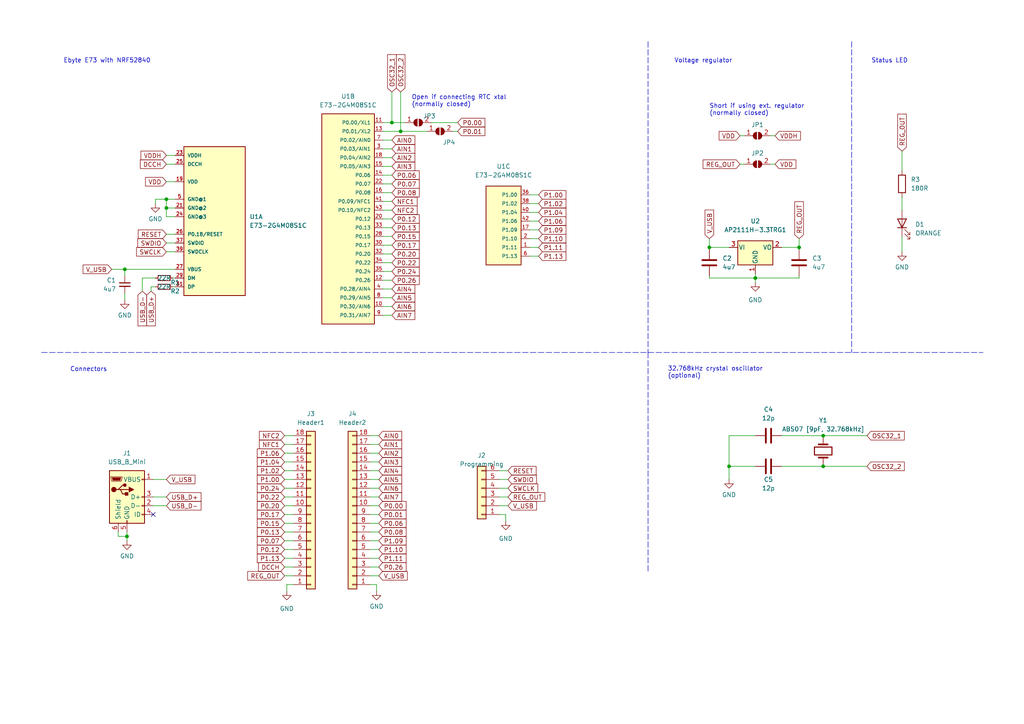
<source format=kicad_sch>
(kicad_sch (version 20211123) (generator eeschema)
  (paper "A4")
  (title_block (title "nRF52840 Adaptor board"))
  (lib_symbols
    (symbol "Connector:USB_B_Mini" (pin_names (offset 1.016))
      (property "Reference" "J" (at -5.08 11.43 0))
      (property "Value" "USB_B_Mini" (at -5.08 8.89 0))
      (symbol "USB_B_Mini_0_1"
        (rectangle (start -5.08 -7.62) (end 5.08 7.62) (stroke (width 0.254)) (fill (type background)))
        (circle (center -3.81 2.159) (radius 0.635) (stroke (width 0.254)) (fill (type outline)))
        (circle (center -0.635 3.429) (radius 0.381) (stroke (width 0.254)) (fill (type outline)))
        (rectangle (start -0.127 -7.62) (end 0.127 -6.858))
        (polyline (pts (xy -1.905 2.159) (xy 0.635 2.159)) (stroke (width 0.254)))
        (polyline (pts (xy -3.175 2.159) (xy -2.54 2.159) (xy -1.27 3.429) (xy -0.635 3.429)) (stroke (width 0.254)))
        (polyline (pts (xy -2.54 2.159) (xy -1.905 2.159) (xy -1.27 0.889) (xy 0 0.889)) (stroke (width 0.254)))
        (polyline (pts (xy 0.635 2.794) (xy 0.635 1.524) (xy 1.905 2.159) (xy 0.635 2.794)) (stroke (width 0.254)) (fill (type outline)))
        (polyline (pts (xy -4.318 5.588) (xy -1.778 5.588) (xy -2.032 4.826) (xy -4.064 4.826) (xy -4.318 5.588)) (fill (type outline)))
        (polyline (pts (xy -4.699 5.842) (xy -4.699 5.588) (xy -4.445 4.826) (xy -4.445 4.572) (xy -1.651 4.572) (xy -1.651 4.826) (xy -1.397 5.588) (xy -1.397 5.842) (xy -4.699 5.842)))
        (rectangle (start 0.254 1.27) (end -0.508 0.508) (stroke (width 0.254)) (fill (type outline)))
        (rectangle (start 5.08 -5.207) (end 4.318 -4.953))
        (rectangle (start 5.08 -2.667) (end 4.318 -2.413))
        (rectangle (start 5.08 -0.127) (end 4.318 0.127))
        (rectangle (start 5.08 4.953) (end 4.318 5.207))
      )
      (symbol "USB_B_Mini_1_1"
        (pin power_out line (at 7.62 5.08 180) (length 2.54) (name "VBUS") (number "1"))
        (pin bidirectional line (at 7.62 -2.54 180) (length 2.54) (name "D-") (number "2"))
        (pin bidirectional line (at 7.62 0 180) (length 2.54) (name "D+") (number "3"))
        (pin passive line (at 7.62 -5.08 180) (length 2.54) (name "ID") (number "4"))
        (pin power_out line (at 0 -10.16 90) (length 2.54) (name "GND") (number "5"))
        (pin passive line (at -2.54 -10.16 90) (length 2.54) (name "Shield") (number "6"))
      )
    )
    (symbol "Connector_Generic:Conn_01x06" (pin_names (offset 1.016) hide)
      (property "Reference" "J" (at 0 7.62 0))
      (property "Value" "Conn_01x06" (at 0 -10.16 0))
      (symbol "Conn_01x06_1_1"
        (rectangle (start -1.27 -7.493) (end 0 -7.747) (stroke (width 0.1524)))
        (rectangle (start -1.27 -4.953) (end 0 -5.207) (stroke (width 0.1524)))
        (rectangle (start -1.27 -2.413) (end 0 -2.667) (stroke (width 0.1524)))
        (rectangle (start -1.27 0.127) (end 0 -0.127) (stroke (width 0.1524)))
        (rectangle (start -1.27 2.667) (end 0 2.413) (stroke (width 0.1524)))
        (rectangle (start -1.27 5.207) (end 0 4.953) (stroke (width 0.1524)))
        (rectangle (start -1.27 6.35) (end 1.27 -8.89) (stroke (width 0.254)) (fill (type background)))
        (pin passive line (at -5.08 5.08 0) (length 3.81) (name "Pin_1") (number "1"))
        (pin passive line (at -5.08 2.54 0) (length 3.81) (name "Pin_2") (number "2"))
        (pin passive line (at -5.08 0 0) (length 3.81) (name "Pin_3") (number "3"))
        (pin passive line (at -5.08 -2.54 0) (length 3.81) (name "Pin_4") (number "4"))
        (pin passive line (at -5.08 -5.08 0) (length 3.81) (name "Pin_5") (number "5"))
        (pin passive line (at -5.08 -7.62 0) (length 3.81) (name "Pin_6") (number "6"))
      )
    )
    (symbol "Connector_Generic:Conn_01x18" (pin_names (offset 1.016) hide)
      (property "Reference" "J" (at 0 22.86 0))
      (property "Value" "Conn_01x18" (at 0 -25.4 0))
      (symbol "Conn_01x18_1_1"
        (rectangle (start -1.27 -22.733) (end 0 -22.987) (stroke (width 0.1524)))
        (rectangle (start -1.27 -20.193) (end 0 -20.447) (stroke (width 0.1524)))
        (rectangle (start -1.27 -17.653) (end 0 -17.907) (stroke (width 0.1524)))
        (rectangle (start -1.27 -15.113) (end 0 -15.367) (stroke (width 0.1524)))
        (rectangle (start -1.27 -12.573) (end 0 -12.827) (stroke (width 0.1524)))
        (rectangle (start -1.27 -10.033) (end 0 -10.287) (stroke (width 0.1524)))
        (rectangle (start -1.27 -7.493) (end 0 -7.747) (stroke (width 0.1524)))
        (rectangle (start -1.27 -4.953) (end 0 -5.207) (stroke (width 0.1524)))
        (rectangle (start -1.27 -2.413) (end 0 -2.667) (stroke (width 0.1524)))
        (rectangle (start -1.27 0.127) (end 0 -0.127) (stroke (width 0.1524)))
        (rectangle (start -1.27 2.667) (end 0 2.413) (stroke (width 0.1524)))
        (rectangle (start -1.27 5.207) (end 0 4.953) (stroke (width 0.1524)))
        (rectangle (start -1.27 7.747) (end 0 7.493) (stroke (width 0.1524)))
        (rectangle (start -1.27 10.287) (end 0 10.033) (stroke (width 0.1524)))
        (rectangle (start -1.27 12.827) (end 0 12.573) (stroke (width 0.1524)))
        (rectangle (start -1.27 15.367) (end 0 15.113) (stroke (width 0.1524)))
        (rectangle (start -1.27 17.907) (end 0 17.653) (stroke (width 0.1524)))
        (rectangle (start -1.27 20.447) (end 0 20.193) (stroke (width 0.1524)))
        (rectangle (start -1.27 21.59) (end 1.27 -24.13) (stroke (width 0.254)) (fill (type background)))
        (pin passive line (at -5.08 20.32 0) (length 3.81) (name "Pin_1") (number "1"))
        (pin passive line (at -5.08 -2.54 0) (length 3.81) (name "Pin_10") (number "10"))
        (pin passive line (at -5.08 -5.08 0) (length 3.81) (name "Pin_11") (number "11"))
        (pin passive line (at -5.08 -7.62 0) (length 3.81) (name "Pin_12") (number "12"))
        (pin passive line (at -5.08 -10.16 0) (length 3.81) (name "Pin_13") (number "13"))
        (pin passive line (at -5.08 -12.7 0) (length 3.81) (name "Pin_14") (number "14"))
        (pin passive line (at -5.08 -15.24 0) (length 3.81) (name "Pin_15") (number "15"))
        (pin passive line (at -5.08 -17.78 0) (length 3.81) (name "Pin_16") (number "16"))
        (pin passive line (at -5.08 -20.32 0) (length 3.81) (name "Pin_17") (number "17"))
        (pin passive line (at -5.08 -22.86 0) (length 3.81) (name "Pin_18") (number "18"))
        (pin passive line (at -5.08 17.78 0) (length 3.81) (name "Pin_2") (number "2"))
        (pin passive line (at -5.08 15.24 0) (length 3.81) (name "Pin_3") (number "3"))
        (pin passive line (at -5.08 12.7 0) (length 3.81) (name "Pin_4") (number "4"))
        (pin passive line (at -5.08 10.16 0) (length 3.81) (name "Pin_5") (number "5"))
        (pin passive line (at -5.08 7.62 0) (length 3.81) (name "Pin_6") (number "6"))
        (pin passive line (at -5.08 5.08 0) (length 3.81) (name "Pin_7") (number "7"))
        (pin passive line (at -5.08 2.54 0) (length 3.81) (name "Pin_8") (number "8"))
        (pin passive line (at -5.08 0 0) (length 3.81) (name "Pin_9") (number "9"))
      )
    )
    (symbol "Device:C" (pin_numbers hide) (pin_names (offset 0.254))
      (property "Reference" "C" (at 0.635 2.54 0))
      (property "Value" "C" (at 0.635 -2.54 0))
      (symbol "C_0_1"
        (polyline (pts (xy -2.032 -0.762) (xy 2.032 -0.762)) (stroke (width 0.508)))
        (polyline (pts (xy -2.032 0.762) (xy 2.032 0.762)) (stroke (width 0.508)))
      )
      (symbol "C_1_1"
        (pin passive line (at 0 3.81 270) (length 2.794) (name "~") (number "1"))
        (pin passive line (at 0 -3.81 90) (length 2.794) (name "~") (number "2"))
      )
    )
    (symbol "Device:C_Small" (pin_numbers hide) (pin_names (offset 0.254) hide)
      (property "Reference" "C" (at 0.254 1.778 0))
      (property "Value" "C_Small" (at 0.254 -2.032 0))
      (symbol "C_Small_0_1"
        (polyline (pts (xy -1.524 -0.508) (xy 1.524 -0.508)) (stroke (width 0.3302)))
        (polyline (pts (xy -1.524 0.508) (xy 1.524 0.508)) (stroke (width 0.3048)))
      )
      (symbol "C_Small_1_1"
        (pin passive line (at 0 2.54 270) (length 2.032) (name "~") (number "1"))
        (pin passive line (at 0 -2.54 90) (length 2.032) (name "~") (number "2"))
      )
    )
    (symbol "Device:Crystal" (pin_numbers hide) (pin_names (offset 1.016) hide)
      (property "Reference" "Y" (at 0 3.81 0))
      (property "Value" "Crystal" (at 0 -3.81 0))
      (symbol "Crystal_0_1"
        (rectangle (start -1.143 2.54) (end 1.143 -2.54) (stroke (width 0.3048)))
        (polyline (pts (xy -2.54 0) (xy -1.905 0)))
        (polyline (pts (xy -1.905 -1.27) (xy -1.905 1.27)) (stroke (width 0.508)))
        (polyline (pts (xy 1.905 -1.27) (xy 1.905 1.27)) (stroke (width 0.508)))
        (polyline (pts (xy 2.54 0) (xy 1.905 0)))
      )
      (symbol "Crystal_1_1"
        (pin passive line (at -3.81 0 0) (length 1.27) (name "1") (number "1"))
        (pin passive line (at 3.81 0 180) (length 1.27) (name "2") (number "2"))
      )
    )
    (symbol "Device:LED" (pin_numbers hide) (pin_names (offset 1.016) hide)
      (property "Reference" "D" (at 0 2.54 0))
      (property "Value" "LED" (at 0 -2.54 0))
      (symbol "LED_0_1"
        (polyline (pts (xy -1.27 -1.27) (xy -1.27 1.27)) (stroke (width 0.254)))
        (polyline (pts (xy -1.27 0) (xy 1.27 0)))
        (polyline (pts (xy 1.27 -1.27) (xy 1.27 1.27) (xy -1.27 0) (xy 1.27 -1.27)) (stroke (width 0.254)))
        (polyline (pts (xy -3.048 -0.762) (xy -4.572 -2.286) (xy -3.81 -2.286) (xy -4.572 -2.286) (xy -4.572 -1.524)))
        (polyline (pts (xy -1.778 -0.762) (xy -3.302 -2.286) (xy -2.54 -2.286) (xy -3.302 -2.286) (xy -3.302 -1.524)))
      )
      (symbol "LED_1_1"
        (pin passive line (at -3.81 0 0) (length 2.54) (name "K") (number "1"))
        (pin passive line (at 3.81 0 180) (length 2.54) (name "A") (number "2"))
      )
    )
    (symbol "Device:R" (pin_numbers hide) (pin_names (offset 0))
      (property "Reference" "R" (at 2.032 0 90))
      (property "Value" "R" (at 0 0 90))
      (symbol "R_0_1"
        (rectangle (start -1.016 -2.54) (end 1.016 2.54) (stroke (width 0.254)))
      )
      (symbol "R_1_1"
        (pin passive line (at 0 3.81 270) (length 1.27) (name "~") (number "1"))
        (pin passive line (at 0 -3.81 90) (length 1.27) (name "~") (number "2"))
      )
    )
    (symbol "Device:R_Small" (pin_numbers hide) (pin_names (offset 0.254) hide)
      (property "Reference" "R" (at 0.762 0.508 0))
      (property "Value" "R_Small" (at 0.762 -1.016 0))
      (symbol "R_Small_0_1"
        (rectangle (start -0.762 1.778) (end 0.762 -1.778) (stroke (width 0.2032)))
      )
      (symbol "R_Small_1_1"
        (pin passive line (at 0 2.54 270) (length 0.762) (name "~") (number "1"))
        (pin passive line (at 0 -2.54 90) (length 0.762) (name "~") (number "2"))
      )
    )
    (symbol "E73-2G4M08S1C:E73-2G4M08S1C" (pin_names (offset 1.016))
      (property "Reference" "U" (at -15.24 20.32 0))
      (property "Value" "E73-2G4M08S1C" (at -15.24 -25.4 0))
      (symbol "E73-2G4M08S1C_1_0"
        (rectangle (start -15.24 -22.86) (end 2.54 20.32) (stroke (width 0.254)) (fill (type background)))
        (pin bidirectional line (at -17.78 10.16 0) (length 2.54) (name "VDD") (number "19"))
        (pin bidirectional line (at -17.78 2.54 0) (length 2.54) (name "GND@2") (number "21"))
        (pin bidirectional line (at -17.78 17.78 0) (length 2.54) (name "VDDH") (number "23"))
        (pin bidirectional line (at -17.78 0 0) (length 2.54) (name "GND@3") (number "24"))
        (pin bidirectional line (at -17.78 15.24 0) (length 2.54) (name "DCCH") (number "25"))
        (pin bidirectional line (at -17.78 -5.08 0) (length 2.54) (name "P0.18/RESET") (number "26"))
        (pin bidirectional line (at -17.78 -15.24 0) (length 2.54) (name "VBUS") (number "27"))
        (pin bidirectional line (at -17.78 -17.78 0) (length 2.54) (name "DM") (number "29"))
        (pin bidirectional line (at -17.78 -20.32 0) (length 2.54) (name "DP") (number "31"))
        (pin bidirectional line (at -17.78 -7.62 0) (length 2.54) (name "SWDIO") (number "37"))
        (pin bidirectional line (at -17.78 -10.16 0) (length 2.54) (name "SWDCLK") (number "39"))
        (pin bidirectional line (at -17.78 5.08 0) (length 2.54) (name "GND@1") (number "5"))
      )
      (symbol "E73-2G4M08S1C_2_0"
        (rectangle (start -5.08 -30.48) (end 10.16 30.48) (stroke (width 0.254)) (fill (type background)))
        (pin bidirectional line (at 12.7 -25.4 180) (length 2.54) (name "P0.30/AIN6") (number "10"))
        (pin bidirectional line (at 12.7 27.94 180) (length 2.54) (name "P0.00/XL1") (number "11"))
        (pin bidirectional line (at 12.7 -17.78 180) (length 2.54) (name "P0.26") (number "12"))
        (pin bidirectional line (at 12.7 25.4 180) (length 2.54) (name "P0.01/XL2") (number "13"))
        (pin bidirectional line (at 12.7 12.7 180) (length 2.54) (name "P0.06") (number "14"))
        (pin bidirectional line (at 12.7 15.24 180) (length 2.54) (name "P0.05/AIN3") (number "15"))
        (pin bidirectional line (at 12.7 7.62 180) (length 2.54) (name "P0.08") (number "16"))
        (pin bidirectional line (at 12.7 17.78 180) (length 2.54) (name "P0.04/AIN2") (number "18"))
        (pin bidirectional line (at 12.7 0 180) (length 2.54) (name "P0.12") (number "20"))
        (pin bidirectional line (at 12.7 10.16 180) (length 2.54) (name "P0.07") (number "22"))
        (pin bidirectional line (at 12.7 -5.08 180) (length 2.54) (name "P0.15") (number "28"))
        (pin bidirectional line (at 12.7 20.32 180) (length 2.54) (name "P0.03/AIN1") (number "3"))
        (pin bidirectional line (at 12.7 -7.62 180) (length 2.54) (name "P0.17") (number "30"))
        (pin bidirectional line (at 12.7 -10.16 180) (length 2.54) (name "P0.20") (number "32"))
        (pin bidirectional line (at 12.7 -2.54 180) (length 2.54) (name "P0.13") (number "33"))
        (pin bidirectional line (at 12.7 -12.7 180) (length 2.54) (name "P0.22") (number "34"))
        (pin bidirectional line (at 12.7 -15.24 180) (length 2.54) (name "P0.24") (number "35"))
        (pin bidirectional line (at 12.7 -20.32 180) (length 2.54) (name "P0.28/AIN4") (number "4"))
        (pin bidirectional line (at 12.7 5.08 180) (length 2.54) (name "P0.09/NFC1") (number "41"))
        (pin bidirectional line (at 12.7 2.54 180) (length 2.54) (name "P0.10/NFC2") (number "43"))
        (pin bidirectional line (at 12.7 22.86 180) (length 2.54) (name "P0.02/AIN0") (number "7"))
        (pin bidirectional line (at 12.7 -22.86 180) (length 2.54) (name "P0.29/AIN5") (number "8"))
        (pin bidirectional line (at 12.7 -27.94 180) (length 2.54) (name "P0.31/AIN7") (number "9"))
      )
      (symbol "E73-2G4M08S1C_3_0"
        (rectangle (start -2.54 -12.7) (end 7.62 10.16) (stroke (width 0.254)) (fill (type background)))
        (pin bidirectional line (at 10.16 -7.62 180) (length 2.54) (name "P1.11") (number "1"))
        (pin bidirectional line (at 10.16 -2.54 180) (length 2.54) (name "P1.09") (number "17"))
        (pin bidirectional line (at 10.16 -5.08 180) (length 2.54) (name "P1.10") (number "2"))
        (pin bidirectional line (at 10.16 7.62 180) (length 2.54) (name "P1.00") (number "36"))
        (pin bidirectional line (at 10.16 5.08 180) (length 2.54) (name "P1.02") (number "38"))
        (pin bidirectional line (at 10.16 2.54 180) (length 2.54) (name "P1.04") (number "40"))
        (pin bidirectional line (at 10.16 0 180) (length 2.54) (name "P1.06") (number "42"))
        (pin bidirectional line (at 10.16 -10.16 180) (length 2.54) (name "P1.13") (number "6"))
      )
    )
    (symbol "Jumper:SolderJumper_2_Open" (pin_names (offset 0) hide)
      (property "Reference" "JP" (at 0 2.032 0))
      (property "Value" "SolderJumper_2_Open" (at 0 -2.54 0))
      (symbol "SolderJumper_2_Open_0_1"
        (arc (start -0.254 1.016) (mid -1.27 0) (end -0.254 -1.016))
        (arc (start -0.254 1.016) (mid -1.27 0) (end -0.254 -1.016) (fill (type outline)))
        (polyline (pts (xy -0.254 1.016) (xy -0.254 -1.016)))
        (polyline (pts (xy 0.254 1.016) (xy 0.254 -1.016)))
        (arc (start 0.254 -1.016) (mid 1.27 0) (end 0.254 1.016))
        (arc (start 0.254 -1.016) (mid 1.27 0) (end 0.254 1.016) (fill (type outline)))
      )
      (symbol "SolderJumper_2_Open_1_1"
        (pin passive line (at -3.81 0 0) (length 2.54) (name "A") (number "1"))
        (pin passive line (at 3.81 0 180) (length 2.54) (name "B") (number "2"))
      )
    )
    (symbol "Regulator_Linear:LD1117S33TR_SOT223" (pin_names (offset 0.254))
      (property "Reference" "U" (at -3.81 3.175 0))
      (property "Value" "LD1117S33TR_SOT223" (at 0 3.175 0))
      (symbol "LD1117S33TR_SOT223_0_1"
        (rectangle (start -5.08 -5.08) (end 5.08 1.905) (stroke (width 0.254)) (fill (type background)))
      )
      (symbol "LD1117S33TR_SOT223_1_1"
        (pin power_in line (at 0 -7.62 90) (length 2.54) (name "GND") (number "1"))
        (pin power_out line (at 7.62 0 180) (length 2.54) (name "VO") (number "2"))
        (pin power_in line (at -7.62 0 0) (length 2.54) (name "VI") (number "3"))
      )
    )
    (symbol "power:GND" (power) (pin_names (offset 0))
      (property "Value" "GND" (at 0 -3.81 0))
      (symbol "GND_0_1"
        (polyline (pts (xy 0 0) (xy 0 -1.27) (xy 1.27 -1.27) (xy 0 -2.54) (xy -1.27 -1.27) (xy 0 -1.27)))
      )
      (symbol "GND_1_1"
        (pin power_in line (at 0 0 270) (length 0) hide (name "GND") (number "1"))
      )
    )
  )
  (junction (at 219.075 80.645))
  (junction (at 36.83 155.575))
  (junction (at 205.74 71.755))
  (junction (at 116.205 38.1))
  (junction (at 231.775 71.755))
  (junction (at 48.26 57.785))
  (junction (at 211.455 135.255))
  (junction (at 113.665 35.56))
  (junction (at 238.76 135.255))
  (junction (at 36.195 78.105))
  (junction (at 238.76 126.365))
  (junction (at 48.26 60.325))
  (no_connect (at 44.45 149.225))
  (wire (pts (xy 48.26 67.945) (xy 50.8 67.945)))
  (wire (pts (xy 109.855 156.845) (xy 107.315 156.845)))
  (wire (pts (xy 50.8 57.785) (xy 48.26 57.785)))
  (wire (pts (xy 48.26 47.625) (xy 50.8 47.625)))
  (wire (pts (xy 231.775 71.755) (xy 231.775 72.39)))
  (wire (pts (xy 109.855 126.365) (xy 107.315 126.365)))
  (wire (pts (xy 50.165 83.185) (xy 50.8 83.185)))
  (wire (pts (xy 144.78 144.145) (xy 147.32 144.145)))
  (wire (pts (xy 111.125 66.04) (xy 113.665 66.04)))
  (wire (pts (xy 83.185 171.45) (xy 83.185 169.545)))
  (wire (pts (xy 85.09 161.925) (xy 82.55 161.925)))
  (wire (pts (xy 36.195 85.09) (xy 36.195 86.995)))
  (wire (pts (xy 48.26 62.865) (xy 50.8 62.865)))
  (wire (pts (xy 144.78 139.065) (xy 147.32 139.065)))
  (wire (pts (xy 85.09 156.845) (xy 82.55 156.845)))
  (wire (pts (xy 111.125 55.88) (xy 113.665 55.88)))
  (wire (pts (xy 153.67 56.515) (xy 156.21 56.515)))
  (wire (pts (xy 153.67 59.055) (xy 156.21 59.055)))
  (wire (pts (xy 238.76 135.255) (xy 251.46 135.255)))
  (polyline (pts (xy 187.96 102.235) (xy 285.115 102.235)))
  (wire (pts (xy 238.76 134.62) (xy 238.76 135.255)))
  (wire (pts (xy 109.855 131.445) (xy 107.315 131.445)))
  (wire (pts (xy 50.165 80.645) (xy 50.8 80.645)))
  (wire (pts (xy 205.74 69.215) (xy 205.74 71.755)))
  (wire (pts (xy 231.775 80.645) (xy 219.075 80.645)))
  (wire (pts (xy 45.085 57.785) (xy 45.085 59.055)))
  (wire (pts (xy 109.855 141.605) (xy 107.315 141.605)))
  (wire (pts (xy 109.855 136.525) (xy 107.315 136.525)))
  (wire (pts (xy 44.45 139.065) (xy 48.26 139.065)))
  (wire (pts (xy 111.125 88.9) (xy 113.665 88.9)))
  (wire (pts (xy 48.26 60.325) (xy 48.26 62.865)))
  (wire (pts (xy 153.67 71.755) (xy 156.21 71.755)))
  (wire (pts (xy 85.09 128.905) (xy 82.55 128.905)))
  (wire (pts (xy 48.26 73.025) (xy 50.8 73.025)))
  (wire (pts (xy 111.125 86.36) (xy 113.665 86.36)))
  (wire (pts (xy 85.09 141.605) (xy 82.55 141.605)))
  (wire (pts (xy 109.855 128.905) (xy 107.315 128.905)))
  (wire (pts (xy 109.855 144.145) (xy 107.315 144.145)))
  (wire (pts (xy 205.74 71.755) (xy 211.455 71.755)))
  (polyline (pts (xy 187.96 102.235) (xy 187.96 165.735)))
  (wire (pts (xy 109.855 167.005) (xy 107.315 167.005)))
  (wire (pts (xy 214.63 39.37) (xy 215.9 39.37)))
  (wire (pts (xy 85.09 149.225) (xy 82.55 149.225)))
  (wire (pts (xy 111.125 81.28) (xy 113.665 81.28)))
  (wire (pts (xy 113.665 26.67) (xy 113.665 35.56)))
  (wire (pts (xy 153.67 69.215) (xy 156.21 69.215)))
  (wire (pts (xy 43.815 84.455) (xy 43.815 83.185)))
  (wire (pts (xy 85.09 151.765) (xy 82.55 151.765)))
  (wire (pts (xy 226.695 126.365) (xy 238.76 126.365)))
  (wire (pts (xy 48.26 52.705) (xy 50.8 52.705)))
  (wire (pts (xy 125.095 35.56) (xy 132.715 35.56)))
  (wire (pts (xy 45.085 57.785) (xy 48.26 57.785)))
  (wire (pts (xy 109.855 154.305) (xy 107.315 154.305)))
  (wire (pts (xy 85.09 159.385) (xy 82.55 159.385)))
  (wire (pts (xy 36.195 78.105) (xy 36.195 80.01)))
  (wire (pts (xy 144.78 141.605) (xy 147.32 141.605)))
  (wire (pts (xy 205.74 80.01) (xy 205.74 80.645)))
  (wire (pts (xy 45.085 80.645) (xy 41.275 80.645)))
  (wire (pts (xy 48.26 70.485) (xy 50.8 70.485)))
  (wire (pts (xy 219.075 80.645) (xy 219.075 81.915)))
  (wire (pts (xy 111.125 83.82) (xy 113.665 83.82)))
  (wire (pts (xy 109.22 171.45) (xy 109.22 169.545)))
  (wire (pts (xy 238.76 126.365) (xy 251.46 126.365)))
  (wire (pts (xy 146.685 149.225) (xy 144.78 149.225)))
  (wire (pts (xy 36.83 154.305) (xy 36.83 155.575)))
  (wire (pts (xy 85.09 139.065) (xy 82.55 139.065)))
  (wire (pts (xy 85.09 154.305) (xy 82.55 154.305)))
  (wire (pts (xy 83.185 169.545) (xy 85.09 169.545)))
  (wire (pts (xy 211.455 126.365) (xy 211.455 135.255)))
  (wire (pts (xy 85.09 133.985) (xy 82.55 133.985)))
  (wire (pts (xy 153.67 66.675) (xy 156.21 66.675)))
  (wire (pts (xy 261.62 57.15) (xy 261.62 60.96)))
  (polyline (pts (xy 247.015 12.065) (xy 247.015 102.235)))
  (wire (pts (xy 109.855 151.765) (xy 107.315 151.765)))
  (wire (pts (xy 48.26 60.325) (xy 50.8 60.325)))
  (wire (pts (xy 85.09 164.465) (xy 82.55 164.465)))
  (wire (pts (xy 111.125 73.66) (xy 113.665 73.66)))
  (wire (pts (xy 111.125 50.8) (xy 113.665 50.8)))
  (wire (pts (xy 261.62 43.815) (xy 261.62 49.53)))
  (wire (pts (xy 211.455 135.255) (xy 219.075 135.255)))
  (wire (pts (xy 153.67 61.595) (xy 156.21 61.595)))
  (wire (pts (xy 111.125 38.1) (xy 116.205 38.1)))
  (wire (pts (xy 41.275 80.645) (xy 41.275 84.455)))
  (wire (pts (xy 111.125 63.5) (xy 113.665 63.5)))
  (wire (pts (xy 44.45 146.685) (xy 48.26 146.685)))
  (wire (pts (xy 109.855 133.985) (xy 107.315 133.985)))
  (wire (pts (xy 85.09 167.005) (xy 82.55 167.005)))
  (wire (pts (xy 111.125 76.2) (xy 113.665 76.2)))
  (wire (pts (xy 85.09 144.145) (xy 82.55 144.145)))
  (wire (pts (xy 34.29 155.575) (xy 36.83 155.575)))
  (wire (pts (xy 109.855 146.685) (xy 107.315 146.685)))
  (wire (pts (xy 111.125 58.42) (xy 113.665 58.42)))
  (polyline (pts (xy 12.065 102.235) (xy 187.96 102.235)))
  (wire (pts (xy 85.09 131.445) (xy 82.55 131.445)))
  (wire (pts (xy 44.45 144.145) (xy 48.26 144.145)))
  (wire (pts (xy 224.79 47.625) (xy 223.52 47.625)))
  (wire (pts (xy 224.79 39.37) (xy 223.52 39.37)))
  (polyline (pts (xy 187.96 12.065) (xy 187.96 102.235)))
  (wire (pts (xy 231.775 69.215) (xy 231.775 71.755)))
  (wire (pts (xy 144.78 136.525) (xy 147.32 136.525)))
  (wire (pts (xy 36.195 78.105) (xy 50.8 78.105)))
  (wire (pts (xy 85.09 136.525) (xy 82.55 136.525)))
  (wire (pts (xy 36.83 155.575) (xy 36.83 156.845)))
  (wire (pts (xy 226.695 135.255) (xy 238.76 135.255)))
  (wire (pts (xy 43.815 83.185) (xy 45.085 83.185)))
  (wire (pts (xy 111.125 48.26) (xy 113.665 48.26)))
  (wire (pts (xy 111.125 43.18) (xy 113.665 43.18)))
  (wire (pts (xy 85.09 126.365) (xy 82.55 126.365)))
  (wire (pts (xy 109.22 169.545) (xy 107.315 169.545)))
  (wire (pts (xy 85.09 146.685) (xy 82.55 146.685)))
  (wire (pts (xy 109.855 139.065) (xy 107.315 139.065)))
  (wire (pts (xy 231.775 80.01) (xy 231.775 80.645)))
  (wire (pts (xy 153.67 74.295) (xy 156.21 74.295)))
  (wire (pts (xy 109.855 149.225) (xy 107.315 149.225)))
  (wire (pts (xy 109.855 159.385) (xy 107.315 159.385)))
  (wire (pts (xy 226.695 71.755) (xy 231.775 71.755)))
  (wire (pts (xy 261.62 68.58) (xy 261.62 73.025)))
  (wire (pts (xy 238.76 127) (xy 238.76 126.365)))
  (wire (pts (xy 111.125 53.34) (xy 113.665 53.34)))
  (wire (pts (xy 219.075 79.375) (xy 219.075 80.645)))
  (wire (pts (xy 111.125 78.74) (xy 113.665 78.74)))
  (wire (pts (xy 109.855 161.925) (xy 107.315 161.925)))
  (wire (pts (xy 111.125 71.12) (xy 113.665 71.12)))
  (wire (pts (xy 109.855 164.465) (xy 107.315 164.465)))
  (wire (pts (xy 153.67 64.135) (xy 156.21 64.135)))
  (wire (pts (xy 144.78 146.685) (xy 147.32 146.685)))
  (wire (pts (xy 48.26 45.085) (xy 50.8 45.085)))
  (wire (pts (xy 111.125 91.44) (xy 113.665 91.44)))
  (wire (pts (xy 146.685 151.13) (xy 146.685 149.225)))
  (wire (pts (xy 48.26 57.785) (xy 48.26 60.325)))
  (wire (pts (xy 211.455 139.065) (xy 211.455 135.255)))
  (wire (pts (xy 214.63 47.625) (xy 215.9 47.625)))
  (wire (pts (xy 116.205 26.67) (xy 116.205 38.1)))
  (wire (pts (xy 111.125 68.58) (xy 113.665 68.58)))
  (wire (pts (xy 205.74 71.755) (xy 205.74 72.39)))
  (wire (pts (xy 131.445 38.1) (xy 132.715 38.1)))
  (wire (pts (xy 111.125 35.56) (xy 113.665 35.56)))
  (wire (pts (xy 219.075 126.365) (xy 211.455 126.365)))
  (wire (pts (xy 113.665 35.56) (xy 117.475 35.56)))
  (wire (pts (xy 116.205 38.1) (xy 123.825 38.1)))
  (wire (pts (xy 111.125 45.72) (xy 113.665 45.72)))
  (wire (pts (xy 34.29 154.305) (xy 34.29 155.575)))
  (wire (pts (xy 111.125 60.96) (xy 113.665 60.96)))
  (wire (pts (xy 205.74 80.645) (xy 219.075 80.645)))
  (wire (pts (xy 111.125 40.64) (xy 113.665 40.64)))
  (wire (pts (xy 32.385 78.105) (xy 36.195 78.105)))
  (text "Voltage regulator" (at 195.58 18.415 0) (effects (font (size 1.27 1.27)) (justify left bottom)))
  (text "Short if using ext. regulator\n(normally closed)" (at 205.74 33.655 0) (effects (font (size 1.27 1.27)) (justify left bottom)))
  (text "Ebyte E73 with NRF52840" (at 18.415 18.415 0) (effects (font (size 1.27 1.27)) (justify left bottom)))
  (text "Status LED" (at 252.73 18.415 0) (effects (font (size 1.27 1.27)) (justify left bottom)))
  (text "32.768kHz crystal oscillator\n(optional)" (at 193.675 109.855 0) (effects (font (size 1.27 1.27)) (justify left bottom)))
  (text "Open if connecting RTC xtal\n(normally closed)" (at 119.38 31.115 0) (effects (font (size 1.27 1.27)) (justify left bottom)))
  (text "Connectors" (at 20.32 107.95 0) (effects (font (size 1.27 1.27)) (justify left bottom)))
  (global_label "SWDIO" (shape input) (at 147.32 139.065 0) (property "Intersheet References" "${INTERSHEET_REFS}" (effects hide)))
  (global_label "P0.06" (shape input) (at 109.855 151.765 0) (property "Intersheet References" "${INTERSHEET_REFS}" (effects hide)))
  (global_label "V_USB" (shape input) (at 48.26 139.065 0) (property "Intersheet References" "${INTERSHEET_REFS}" (effects hide)))
  (global_label "VDDH" (shape input) (at 48.26 45.085 180) (property "Intersheet References" "${INTERSHEET_REFS}" (effects hide)))
  (global_label "P0.20" (shape input) (at 82.55 146.685 180) (property "Intersheet References" "${INTERSHEET_REFS}" (effects hide)))
  (global_label "REG_OUT" (shape input) (at 261.62 43.815 90) (property "Intersheet References" "${INTERSHEET_REFS}" (effects hide)))
  (global_label "P1.04" (shape input) (at 82.55 133.985 180) (property "Intersheet References" "${INTERSHEET_REFS}" (effects hide)))
  (global_label "P0.08" (shape input) (at 113.665 55.88 0) (property "Intersheet References" "${INTERSHEET_REFS}" (effects hide)))
  (global_label "P0.26" (shape input) (at 109.855 164.465 0) (property "Intersheet References" "${INTERSHEET_REFS}" (effects hide)))
  (global_label "SWCLK" (shape input) (at 48.26 73.025 180) (property "Intersheet References" "${INTERSHEET_REFS}" (effects hide)))
  (global_label "V_USB" (shape input) (at 32.385 78.105 180) (property "Intersheet References" "${INTERSHEET_REFS}" (effects hide)))
  (global_label "V_USB" (shape input) (at 205.74 69.215 90) (property "Intersheet References" "${INTERSHEET_REFS}" (effects hide)))
  (global_label "VDD" (shape input) (at 224.79 47.625 0) (property "Intersheet References" "${INTERSHEET_REFS}" (effects hide)))
  (global_label "P0.26" (shape input) (at 113.665 81.28 0) (property "Intersheet References" "${INTERSHEET_REFS}" (effects hide)))
  (global_label "OSC32_2" (shape input) (at 251.46 135.255 0) (property "Intersheet References" "${INTERSHEET_REFS}" (effects hide)))
  (global_label "RESET" (shape input) (at 48.26 67.945 180) (property "Intersheet References" "${INTERSHEET_REFS}" (effects hide)))
  (global_label "OSC32_2" (shape input) (at 116.205 26.67 90) (property "Intersheet References" "${INTERSHEET_REFS}" (effects hide)))
  (global_label "P1.10" (shape input) (at 156.21 69.215 0) (property "Intersheet References" "${INTERSHEET_REFS}" (effects hide)))
  (global_label "RESET" (shape input) (at 147.32 136.525 0) (property "Intersheet References" "${INTERSHEET_REFS}" (effects hide)))
  (global_label "AIN4" (shape input) (at 109.855 136.525 0) (property "Intersheet References" "${INTERSHEET_REFS}" (effects hide)))
  (global_label "AIN5" (shape input) (at 109.855 139.065 0) (property "Intersheet References" "${INTERSHEET_REFS}" (effects hide)))
  (global_label "P1.09" (shape input) (at 156.21 66.675 0) (property "Intersheet References" "${INTERSHEET_REFS}" (effects hide)))
  (global_label "NFC1" (shape input) (at 113.665 58.42 0) (property "Intersheet References" "${INTERSHEET_REFS}" (effects hide)))
  (global_label "P0.24" (shape input) (at 82.55 141.605 180) (property "Intersheet References" "${INTERSHEET_REFS}" (effects hide)))
  (global_label "NFC2" (shape input) (at 113.665 60.96 0) (property "Intersheet References" "${INTERSHEET_REFS}" (effects hide)))
  (global_label "USB_D+" (shape input) (at 43.815 84.455 270) (property "Intersheet References" "${INTERSHEET_REFS}" (effects hide)))
  (global_label "V_USB" (shape input) (at 147.32 146.685 0) (property "Intersheet References" "${INTERSHEET_REFS}" (effects hide)))
  (global_label "AIN2" (shape input) (at 109.855 131.445 0) (property "Intersheet References" "${INTERSHEET_REFS}" (effects hide)))
  (global_label "SWDIO" (shape input) (at 48.26 70.485 180) (property "Intersheet References" "${INTERSHEET_REFS}" (effects hide)))
  (global_label "AIN3" (shape input) (at 109.855 133.985 0) (property "Intersheet References" "${INTERSHEET_REFS}" (effects hide)))
  (global_label "P0.12" (shape input) (at 113.665 63.5 0) (property "Intersheet References" "${INTERSHEET_REFS}" (effects hide)))
  (global_label "P1.06" (shape input) (at 156.21 64.135 0) (property "Intersheet References" "${INTERSHEET_REFS}" (effects hide)))
  (global_label "P0.06" (shape input) (at 113.665 50.8 0) (property "Intersheet References" "${INTERSHEET_REFS}" (effects hide)))
  (global_label "VDD" (shape input) (at 214.63 39.37 180) (property "Intersheet References" "${INTERSHEET_REFS}" (effects hide)))
  (global_label "P0.08" (shape input) (at 109.855 154.305 0) (property "Intersheet References" "${INTERSHEET_REFS}" (effects hide)))
  (global_label "P1.13" (shape input) (at 82.55 161.925 180) (property "Intersheet References" "${INTERSHEET_REFS}" (effects hide)))
  (global_label "VDDH" (shape input) (at 224.79 39.37 0) (property "Intersheet References" "${INTERSHEET_REFS}" (effects hide)))
  (global_label "P0.00" (shape input) (at 109.855 146.685 0) (property "Intersheet References" "${INTERSHEET_REFS}" (effects hide)))
  (global_label "AIN0" (shape input) (at 113.665 40.64 0) (property "Intersheet References" "${INTERSHEET_REFS}" (effects hide)))
  (global_label "P1.00" (shape input) (at 82.55 139.065 180) (property "Intersheet References" "${INTERSHEET_REFS}" (effects hide)))
  (global_label "P1.02" (shape input) (at 82.55 136.525 180) (property "Intersheet References" "${INTERSHEET_REFS}" (effects hide)))
  (global_label "P0.00" (shape input) (at 132.715 35.56 0) (property "Intersheet References" "${INTERSHEET_REFS}" (effects hide)))
  (global_label "P1.10" (shape input) (at 109.855 159.385 0) (property "Intersheet References" "${INTERSHEET_REFS}" (effects hide)))
  (global_label "P1.11" (shape input) (at 109.855 161.925 0) (property "Intersheet References" "${INTERSHEET_REFS}" (effects hide)))
  (global_label "P0.07" (shape input) (at 113.665 53.34 0) (property "Intersheet References" "${INTERSHEET_REFS}" (effects hide)))
  (global_label "P0.17" (shape input) (at 82.55 149.225 180) (property "Intersheet References" "${INTERSHEET_REFS}" (effects hide)))
  (global_label "P0.20" (shape input) (at 113.665 73.66 0) (property "Intersheet References" "${INTERSHEET_REFS}" (effects hide)))
  (global_label "DCCH" (shape input) (at 82.55 164.465 180) (property "Intersheet References" "${INTERSHEET_REFS}" (effects hide)))
  (global_label "REG_OUT" (shape input) (at 147.32 144.145 0) (property "Intersheet References" "${INTERSHEET_REFS}" (effects hide)))
  (global_label "P1.00" (shape input) (at 156.21 56.515 0) (property "Intersheet References" "${INTERSHEET_REFS}" (effects hide)))
  (global_label "AIN4" (shape input) (at 113.665 83.82 0) (property "Intersheet References" "${INTERSHEET_REFS}" (effects hide)))
  (global_label "NFC1" (shape input) (at 82.55 128.905 180) (property "Intersheet References" "${INTERSHEET_REFS}" (effects hide)))
  (global_label "P1.06" (shape input) (at 82.55 131.445 180) (property "Intersheet References" "${INTERSHEET_REFS}" (effects hide)))
  (global_label "P0.22" (shape input) (at 113.665 76.2 0) (property "Intersheet References" "${INTERSHEET_REFS}" (effects hide)))
  (global_label "P0.15" (shape input) (at 113.665 68.58 0) (property "Intersheet References" "${INTERSHEET_REFS}" (effects hide)))
  (global_label "AIN7" (shape input) (at 113.665 91.44 0) (property "Intersheet References" "${INTERSHEET_REFS}" (effects hide)))
  (global_label "DCCH" (shape input) (at 48.26 47.625 180) (property "Intersheet References" "${INTERSHEET_REFS}" (effects hide)))
  (global_label "P0.24" (shape input) (at 113.665 78.74 0) (property "Intersheet References" "${INTERSHEET_REFS}" (effects hide)))
  (global_label "AIN1" (shape input) (at 109.855 128.905 0) (property "Intersheet References" "${INTERSHEET_REFS}" (effects hide)))
  (global_label "USB_D-" (shape input) (at 41.275 84.455 270) (property "Intersheet References" "${INTERSHEET_REFS}" (effects hide)))
  (global_label "P0.13" (shape input) (at 113.665 66.04 0) (property "Intersheet References" "${INTERSHEET_REFS}" (effects hide)))
  (global_label "P0.12" (shape input) (at 82.55 159.385 180) (property "Intersheet References" "${INTERSHEET_REFS}" (effects hide)))
  (global_label "AIN5" (shape input) (at 113.665 86.36 0) (property "Intersheet References" "${INTERSHEET_REFS}" (effects hide)))
  (global_label "AIN6" (shape input) (at 113.665 88.9 0) (property "Intersheet References" "${INTERSHEET_REFS}" (effects hide)))
  (global_label "AIN2" (shape input) (at 113.665 45.72 0) (property "Intersheet References" "${INTERSHEET_REFS}" (effects hide)))
  (global_label "P0.15" (shape input) (at 82.55 151.765 180) (property "Intersheet References" "${INTERSHEET_REFS}" (effects hide)))
  (global_label "SWCLK" (shape input) (at 147.32 141.605 0) (property "Intersheet References" "${INTERSHEET_REFS}" (effects hide)))
  (global_label "P0.01" (shape input) (at 109.855 149.225 0) (property "Intersheet References" "${INTERSHEET_REFS}" (effects hide)))
  (global_label "P0.13" (shape input) (at 82.55 154.305 180) (property "Intersheet References" "${INTERSHEET_REFS}" (effects hide)))
  (global_label "P0.17" (shape input) (at 113.665 71.12 0) (property "Intersheet References" "${INTERSHEET_REFS}" (effects hide)))
  (global_label "AIN0" (shape input) (at 109.855 126.365 0) (property "Intersheet References" "${INTERSHEET_REFS}" (effects hide)))
  (global_label "P1.11" (shape input) (at 156.21 71.755 0) (property "Intersheet References" "${INTERSHEET_REFS}" (effects hide)))
  (global_label "USB_D+" (shape input) (at 48.26 144.145 0) (property "Intersheet References" "${INTERSHEET_REFS}" (effects hide)))
  (global_label "P1.02" (shape input) (at 156.21 59.055 0) (property "Intersheet References" "${INTERSHEET_REFS}" (effects hide)))
  (global_label "AIN6" (shape input) (at 109.855 141.605 0) (property "Intersheet References" "${INTERSHEET_REFS}" (effects hide)))
  (global_label "USB_D-" (shape input) (at 48.26 146.685 0) (property "Intersheet References" "${INTERSHEET_REFS}" (effects hide)))
  (global_label "V_USB" (shape input) (at 109.855 167.005 0) (property "Intersheet References" "${INTERSHEET_REFS}" (effects hide)))
  (global_label "P0.01" (shape input) (at 132.715 38.1 0) (property "Intersheet References" "${INTERSHEET_REFS}" (effects hide)))
  (global_label "REG_OUT" (shape input) (at 231.775 69.215 90) (property "Intersheet References" "${INTERSHEET_REFS}" (effects hide)))
  (global_label "P1.09" (shape input) (at 109.855 156.845 0) (property "Intersheet References" "${INTERSHEET_REFS}" (effects hide)))
  (global_label "P1.04" (shape input) (at 156.21 61.595 0) (property "Intersheet References" "${INTERSHEET_REFS}" (effects hide)))
  (global_label "REG_OUT" (shape input) (at 214.63 47.625 180) (property "Intersheet References" "${INTERSHEET_REFS}" (effects hide)))
  (global_label "AIN1" (shape input) (at 113.665 43.18 0) (property "Intersheet References" "${INTERSHEET_REFS}" (effects hide)))
  (global_label "P0.22" (shape input) (at 82.55 144.145 180) (property "Intersheet References" "${INTERSHEET_REFS}" (effects hide)))
  (global_label "OSC32_1" (shape input) (at 113.665 26.67 90) (property "Intersheet References" "${INTERSHEET_REFS}" (effects hide)))
  (global_label "VDD" (shape input) (at 48.26 52.705 180) (property "Intersheet References" "${INTERSHEET_REFS}" (effects hide)))
  (global_label "OSC32_1" (shape input) (at 251.46 126.365 0) (property "Intersheet References" "${INTERSHEET_REFS}" (effects hide)))
  (global_label "AIN3" (shape input) (at 113.665 48.26 0) (property "Intersheet References" "${INTERSHEET_REFS}" (effects hide)))
  (global_label "P1.13" (shape input) (at 156.21 74.295 0) (property "Intersheet References" "${INTERSHEET_REFS}" (effects hide)))
  (global_label "REG_OUT" (shape input) (at 82.55 167.005 180) (property "Intersheet References" "${INTERSHEET_REFS}" (effects hide)))
  (global_label "AIN7" (shape input) (at 109.855 144.145 0) (property "Intersheet References" "${INTERSHEET_REFS}" (effects hide)))
  (global_label "P0.07" (shape input) (at 82.55 156.845 180) (property "Intersheet References" "${INTERSHEET_REFS}" (effects hide)))
  (global_label "NFC2" (shape input) (at 82.55 126.365 180) (property "Intersheet References" "${INTERSHEET_REFS}" (effects hide)))
  (symbol (lib_id "Device:LED") (at 261.62 64.77 90) (unit 1)
    (property "Reference" "D1" (at 265.43 65.0874 90) (effects (justify right)))
    (property "Value" "ORANGE" (at 265.43 67.6274 90) (effects (justify right)))
    (property "Footprint" "LED_SMD:LED_0603_1608Metric_Pad1.05x0.95mm_HandSolder" (effects hide))
  )
  (symbol (lib_id "Device:R_Small") (at 47.625 80.645 90) (unit 1)
    (property "Reference" "R1" (at 50.8 81.915 90))
    (property "Value" "22R" (at 47.625 80.645 90))
    (property "Footprint" "Resistor_SMD:R_0603_1608Metric_Pad0.98x0.95mm_HandSolder" (effects hide))
  )
  (symbol (lib_id "Connector_Generic:Conn_01x18") (at 90.17 149.225 0) (mirror x) (unit 1)
    (property "Reference" "J3" (at 90.17 120.015 0))
    (property "Value" "Header1" (at 90.17 122.555 0))
    (property "Footprint" "Connector_PinHeader_2.54mm:PinHeader_1x18_P2.54mm_Vertical" (effects hide))
  )
  (symbol (lib_id "Jumper:SolderJumper_2_Open") (at 219.71 47.625 0) (unit 1)
    (property "Reference" "JP2" (at 219.71 44.45 0))
    (property "Value" "SolderJumper_2_Open" (effects hide))
    (property "Footprint" "Jumper:SolderJumper-2_P1.3mm_Open_TrianglePad1.0x1.5mm" (effects hide))
  )
  (symbol (lib_id "Jumper:SolderJumper_2_Open") (at 219.71 39.37 0) (unit 1)
    (property "Reference" "JP1" (at 219.71 36.195 0))
    (property "Value" "SolderJumper_2_Open" (effects hide))
    (property "Footprint" "Jumper:SolderJumper-2_P1.3mm_Open_TrianglePad1.0x1.5mm" (effects hide))
  )
  (symbol (lib_id "Device:R_Small") (at 47.625 83.185 90) (unit 1)
    (property "Reference" "R2" (at 50.8 84.455 90))
    (property "Value" "22R" (at 47.625 83.185 90))
    (property "Footprint" "Resistor_SMD:R_0603_1608Metric_Pad0.98x0.95mm_HandSolder" (effects hide))
  )
  (symbol (lib_id "power:GND") (at 36.195 86.995 0) (unit 1)
    (property "Reference" "#PWR01" (effects hide))
    (property "Value" "GND" (at 36.195 91.44 0))
  )
  (symbol (lib_id "E73-2G4M08S1C:E73-2G4M08S1C") (at 98.425 63.5 0) (unit 2)
    (property "Reference" "U1" (at 100.965 27.94 0))
    (property "Value" "E73-2G4M08S1C" (at 100.965 30.48 0))
    (property "Footprint" "footprints:E73-2G4M08S1C" (effects hide))
  )
  (symbol (lib_id "Device:C_Small") (at 36.195 82.55 0) (unit 1)
    (property "Reference" "C1" (at 33.655 81.28 0) (effects (justify right)))
    (property "Value" "4u7" (at 33.655 83.82 0) (effects (justify right)))
    (property "Footprint" "Capacitor_SMD:C_0603_1608Metric_Pad1.08x0.95mm_HandSolder" (effects hide))
  )
  (symbol (lib_id "Device:Crystal") (at 238.76 130.81 90) (unit 1)
    (property "Reference" "Y1" (at 238.76 121.92 90))
    (property "Value" "ABS07 [9pF, 32.768kHz]" (at 238.76 124.46 90))
    (property "Footprint" "Crystal:Crystal_SMD_3215-2Pin_3.2x1.5mm" (effects hide))
  )
  (symbol (lib_id "power:GND") (at 45.085 59.055 0) (unit 1)
    (property "Reference" "#PWR02" (effects hide))
    (property "Value" "GND" (at 45.085 63.5 0))
  )
  (symbol (lib_id "power:GND") (at 219.075 81.915 0) (unit 1)
    (property "Reference" "#PWR04" (effects hide))
    (property "Value" "GND" (at 219.075 86.995 0))
  )
  (symbol (lib_id "E73-2G4M08S1C:E73-2G4M08S1C") (at 143.51 64.135 0) (unit 3)
    (property "Reference" "U1" (at 146.05 48.26 0))
    (property "Value" "E73-2G4M08S1C" (at 146.05 50.8 0))
    (property "Footprint" "footprints:E73-2G4M08S1C" (effects hide))
  )
  (symbol (lib_id "Device:C") (at 222.885 135.255 90) (unit 1)
    (property "Reference" "C5" (at 222.885 139.065 90))
    (property "Value" "12p" (at 222.885 141.605 90))
    (property "Footprint" "Capacitor_SMD:C_0603_1608Metric_Pad1.08x0.95mm_HandSolder" (effects hide))
  )
  (symbol (lib_id "Regulator_Linear:LD1117S33TR_SOT223") (at 219.075 71.755 0) (unit 1)
    (property "Reference" "U2" (at 219.075 64.135 0))
    (property "Value" "AP2111H-3.3TRG1" (at 219.075 66.675 0))
    (property "Footprint" "Package_TO_SOT_SMD:SOT-223-3_TabPin2" (effects hide))
    (property "Datasheet" "http://www.st.com/st-web-ui/static/active/en/resource/technical/document/datasheet/CD00000544.pdf" (effects hide))
  )
  (symbol (lib_id "Device:R") (at 261.62 53.34 0) (unit 1)
    (property "Reference" "R3" (at 264.16 52.0699 0) (effects (justify left)))
    (property "Value" "180R" (at 264.16 54.6099 0) (effects (justify left)))
    (property "Footprint" "Resistor_SMD:R_0603_1608Metric_Pad0.98x0.95mm_HandSolder" (effects hide))
  )
  (symbol (lib_id "power:GND") (at 211.455 139.065 0) (unit 1)
    (property "Reference" "#PWR05" (effects hide))
    (property "Value" "GND" (at 211.455 143.51 0))
  )
  (symbol (lib_id "Jumper:SolderJumper_2_Open") (at 127.635 38.1 0) (unit 1)
    (property "Reference" "JP4" (at 132.08 41.275 0) (effects (justify right)))
    (property "Value" "SolderJumper_2_Open" (effects hide))
    (property "Footprint" "Jumper:SolderJumper-2_P1.3mm_Open_TrianglePad1.0x1.5mm" (effects hide))
  )
  (symbol (lib_id "power:GND") (at 261.62 73.025 0) (unit 1)
    (property "Reference" "#PWR09" (effects hide))
    (property "Value" "GND" (at 261.62 77.47 0))
  )
  (symbol (lib_id "Device:C") (at 231.775 76.2 0) (unit 1)
    (property "Reference" "C3" (at 235.585 74.9299 0) (effects (justify left)))
    (property "Value" "4u7" (at 235.585 77.4699 0) (effects (justify left)))
    (property "Footprint" "Capacitor_SMD:C_0603_1608Metric_Pad1.08x0.95mm_HandSolder" (effects hide))
  )
  (symbol (lib_id "Device:C") (at 222.885 126.365 90) (unit 1)
    (property "Reference" "C4" (at 222.885 118.745 90))
    (property "Value" "12p" (at 222.885 121.285 90))
    (property "Footprint" "Capacitor_SMD:C_0603_1608Metric_Pad1.08x0.95mm_HandSolder" (effects hide))
  )
  (symbol (lib_id "Connector:USB_B_Mini") (at 36.83 144.145 0) (unit 1)
    (property "Reference" "J1" (at 36.83 131.445 0))
    (property "Value" "USB_B_Mini" (at 36.83 133.985 0))
    (property "Footprint" "Connector_USB:USB_Mini-B_Lumberg_2486_01_Horizontal" (effects hide))
  )
  (symbol (lib_id "power:GND") (at 36.83 156.845 0) (unit 1)
    (property "Reference" "#PWR03" (effects hide))
    (property "Value" "GND" (at 36.83 161.29 0))
  )
  (symbol (lib_id "Connector_Generic:Conn_01x18") (at 102.235 149.225 180) (unit 1)
    (property "Reference" "J4" (at 102.235 120.015 0))
    (property "Value" "Header2" (at 102.235 122.555 0))
    (property "Footprint" "Connector_PinHeader_2.54mm:PinHeader_1x18_P2.54mm_Vertical" (effects hide))
  )
  (symbol (lib_id "E73-2G4M08S1C:E73-2G4M08S1C") (at 68.58 62.865 0) (unit 1)
    (property "Reference" "U1" (at 72.39 62.8649 0) (effects (justify left)))
    (property "Value" "E73-2G4M08S1C" (at 72.39 65.4049 0) (effects (justify left)))
    (property "Footprint" "footprints:E73-2G4M08S1C" (effects hide))
  )
  (symbol (lib_id "power:GND") (at 146.685 151.13 0) (unit 1)
    (property "Reference" "#PWR08" (effects hide))
    (property "Value" "GND" (at 146.685 156.21 0))
  )
  (symbol (lib_id "Connector_Generic:Conn_01x06") (at 139.7 144.145 180) (unit 1)
    (property "Reference" "J2" (at 139.7 132.08 0))
    (property "Value" "Programming" (at 139.7 134.62 0))
    (property "Footprint" "Connector_PinHeader_2.54mm:PinHeader_1x06_P2.54mm_Vertical" (effects hide))
  )
  (symbol (lib_id "power:GND") (at 83.185 171.45 0) (mirror y) (unit 1)
    (property "Reference" "#PWR0102" (effects hide))
    (property "Value" "GND" (at 83.185 176.53 0))
  )
  (symbol (lib_id "Jumper:SolderJumper_2_Open") (at 121.285 35.56 0) (unit 1)
    (property "Reference" "JP3" (at 126.365 33.655 0) (effects (justify right)))
    (property "Value" "SolderJumper_2_Open" (effects hide))
    (property "Footprint" "Jumper:SolderJumper-2_P1.3mm_Open_TrianglePad1.0x1.5mm" (effects hide))
  )
  (symbol (lib_id "Device:C") (at 205.74 76.2 0) (unit 1)
    (property "Reference" "C2" (at 209.55 74.9299 0) (effects (justify left)))
    (property "Value" "4u7" (at 209.55 77.4699 0) (effects (justify left)))
    (property "Footprint" "Capacitor_SMD:C_0603_1608Metric_Pad1.08x0.95mm_HandSolder" (effects hide))
  )
  (symbol (lib_id "power:GND") (at 109.22 171.45 0) (mirror y) (unit 1)
    (property "Reference" "#PWR0101" (effects hide))
    (property "Value" "GND" (at 109.22 175.895 0))
  )
)
</source>
